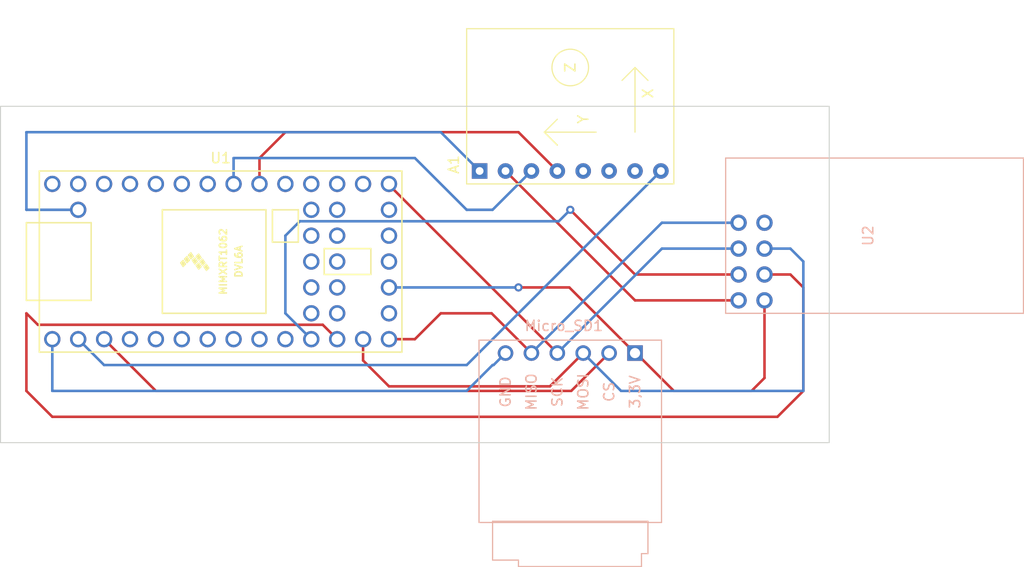
<source format=kicad_pcb>
(kicad_pcb (version 20221018) (generator pcbnew)
  (layers (0 "F.Cu" signal) (31 "B.Cu" signal) (34 "B.Paste" user) (35 "F.Paste" user) (36 "B.SilkS" user "B.Silkscreen") (37 "F.SilkS" user "F.Silkscreen") (38 "B.Mask" user) (39 "F.Mask" user) (44 "Edge.Cuts" user))
  (net 0 "")
  (net 1 "Net-(A1-VCC)")
  (net 2 "Net-(A1-GND)")
  (net 3 "Net-(A1-SCL)")
  (net 4 "Net-(A1-SDA)")
  (net 8 "Net-(A1-INT)")
  (net 9 "Net-(Micro_SD1-GND)")
  (net 10 "Net-(Micro_SD1-CLK)")
  (net 11 "Net-(Micro_SD1-MOSI)")
  (net 12 "Net-(Micro_SD1-3.3V)")
  (net 13 "Net-(Micro_SD1-CS)")
  (net 14 "Net-(Micro_SD1-MISO)")
  (net 30 "Net-(U1-10_CS_MQSR)")
  (net 31 "Net-(U1-9_OUT1C)")
  (footprint "Arts:Teensy40" (layer "F.Cu") (at 130.81 60.96)
    (fp_text reference "U1" (at 0 -10.16) (layer "F.SilkS"))
    (fp_text value "Teensy4.0-teensy-ARTS-Lab")
    (fp_text user "DVL6A" (at 1.778 0 90) (layer "F.SilkS") (effects (font (size 0.7 0.7))))
    (fp_text user "MIMXRT1062" (at 0.254 0 90) (layer "F.SilkS") (effects (font (size 0.7 0.7))))
    (fp_line (start -19.05 -3.81) (end -17.78 -3.81) (stroke (width 0.15)) (layer "F.SilkS"))
    (fp_line (start -19.05 3.81) (end -19.05 -3.81) (stroke (width 0.15)) (layer "F.SilkS"))
    (fp_line (start -17.78 -8.89) (end 17.78 -8.89) (stroke (width 0.15)) (layer "F.SilkS"))
    (fp_line (start -17.78 3.81) (end -19.05 3.81) (stroke (width 0.15)) (layer "F.SilkS"))
    (fp_line (start -17.78 8.89) (end -17.78 -8.89) (stroke (width 0.15)) (layer "F.SilkS"))
    (fp_line (start -12.7 -3.81) (end -17.78 -3.81) (stroke (width 0.15)) (layer "F.SilkS"))
    (fp_line (start -12.7 3.81) (end -17.78 3.81) (stroke (width 0.15)) (layer "F.SilkS"))
    (fp_line (start -12.7 3.81) (end -12.7 -3.81) (stroke (width 0.15)) (layer "F.SilkS"))
    (fp_line (start -5.715 -5.08) (end -5.715 5.08) (stroke (width 0.15)) (layer "F.SilkS"))
    (fp_line (start 4.445 -5.08) (end -5.715 -5.08) (stroke (width 0.15)) (layer "F.SilkS"))
    (fp_line (start 4.445 5.08) (end -5.715 5.08) (stroke (width 0.15)) (layer "F.SilkS"))
    (fp_line (start 4.445 5.08) (end 4.445 -5.08) (stroke (width 0.15)) (layer "F.SilkS"))
    (fp_line (start 5.08 -5.08) (end 7.62 -5.08) (stroke (width 0.15)) (layer "F.SilkS"))
    (fp_line (start 5.08 -1.905) (end 5.08 -5.08) (stroke (width 0.15)) (layer "F.SilkS"))
    (fp_line (start 7.62 -5.08) (end 7.62 -1.905) (stroke (width 0.15)) (layer "F.SilkS"))
    (fp_line (start 7.62 -1.905) (end 5.08 -1.905) (stroke (width 0.15)) (layer "F.SilkS"))
    (fp_line (start 10.16 -1.27) (end 14.732 -1.27) (stroke (width 0.15)) (layer "F.SilkS"))
    (fp_line (start 10.16 1.27) (end 10.16 -1.27) (stroke (width 0.15)) (layer "F.SilkS"))
    (fp_line (start 14.732 -1.27) (end 14.732 1.27) (stroke (width 0.15)) (layer "F.SilkS"))
    (fp_line (start 14.732 1.27) (end 10.16 1.27) (stroke (width 0.15)) (layer "F.SilkS"))
    (fp_line (start 17.78 -8.89) (end 17.78 8.89) (stroke (width 0.15)) (layer "F.SilkS"))
    (fp_line (start 17.78 8.89) (end -17.78 8.89) (stroke (width 0.15)) (layer "F.SilkS"))
    (fp_poly (pts (xy -3.937 0.127) (xy -3.683 -0.127) (xy -3.429 0.254) (xy -3.683 0.508)) (stroke (width 0.1)) (fill solid) (layer "F.SilkS"))
    (fp_poly (pts (xy -3.556 -0.254) (xy -3.302 -0.508) (xy -3.048 -0.127) (xy -3.302 0.127)) (stroke (width 0.1)) (fill solid) (layer "F.SilkS"))
    (fp_poly (pts (xy -3.175 -0.635) (xy -2.921 -0.889) (xy -2.667 -0.508) (xy -2.921 -0.254)) (stroke (width 0.1)) (fill solid) (layer "F.SilkS"))
    (fp_poly (pts (xy -2.794 -0.127) (xy -2.54 -0.381) (xy -2.286 0) (xy -2.54 0.254)) (stroke (width 0.1)) (fill solid) (layer "F.SilkS"))
    (fp_poly (pts (xy -2.413 -0.508) (xy -2.159 -0.762) (xy -1.905 -0.381) (xy -2.159 -0.127)) (stroke (width 0.1)) (fill solid) (layer "F.SilkS"))
    (fp_poly (pts (xy -2.413 0.381) (xy -2.159 0.127) (xy -1.905 0.508) (xy -2.159 0.762)) (stroke (width 0.1)) (fill solid) (layer "F.SilkS"))
    (fp_poly (pts (xy -2.032 0) (xy -1.778 -0.254) (xy -1.524 0.127) (xy -1.778 0.381)) (stroke (width 0.1)) (fill solid) (layer "F.SilkS"))
    (fp_poly (pts (xy -1.651 0.508) (xy -1.397 0.254) (xy -1.143 0.635) (xy -1.397 0.889)) (stroke (width 0.1)) (fill solid) (layer "F.SilkS"))
    (pad "1" thru_hole circle (at -16.51 7.62) (size 1.6 1.6) (drill 1.1) (layers "*.Cu" "*.Mask") (net 9 "Net-(Micro_SD1-GND)"))
    (pad "2" thru_hole circle (at -13.97 7.62) (size 1.6 1.6) (drill 1.1) (layers "*.Cu" "*.Mask") (net 8 "Net-(A1-INT)"))
    (pad "3" thru_hole circle (at -11.43 7.62) (size 1.6 1.6) (drill 1.1) (layers "*.Cu" "*.Mask") (net 13 "Net-(Micro_SD1-CS)"))
    (pad "4" thru_hole circle (at -8.89 7.62) (size 1.6 1.6) (drill 1.1) (layers "*.Cu" "*.Mask"))
    (pad "5" thru_hole circle (at -6.35 7.62) (size 1.6 1.6) (drill 1.1) (layers "*.Cu" "*.Mask"))
    (pad "6" thru_hole circle (at -3.81 7.62) (size 1.6 1.6) (drill 1.1) (layers "*.Cu" "*.Mask"))
    (pad "7" thru_hole circle (at -1.27 7.62) (size 1.6 1.6) (drill 1.1) (layers "*.Cu" "*.Mask"))
    (pad "8" thru_hole circle (at 1.27 7.62) (size 1.6 1.6) (drill 1.1) (layers "*.Cu" "*.Mask"))
    (pad "9" thru_hole circle (at 3.81 7.62) (size 1.6 1.6) (drill 1.1) (layers "*.Cu" "*.Mask"))
    (pad "10" thru_hole circle (at 6.35 7.62) (size 1.6 1.6) (drill 1.1) (layers "*.Cu" "*.Mask"))
    (pad "11" thru_hole circle (at 8.89 7.62) (size 1.6 1.6) (drill 1.1) (layers "*.Cu" "*.Mask") (net 31 "Net-(U1-9_OUT1C)"))
    (pad "12" thru_hole circle (at 11.43 7.62) (size 1.6 1.6) (drill 1.1) (layers "*.Cu" "*.Mask") (net 30 "Net-(U1-10_CS_MQSR)"))
    (pad "13" thru_hole circle (at 13.97 7.62) (size 1.6 1.6) (drill 1.1) (layers "*.Cu" "*.Mask") (net 11 "Net-(Micro_SD1-MOSI)"))
    (pad "14" thru_hole circle (at 16.51 7.62) (size 1.6 1.6) (drill 1.1) (layers "*.Cu" "*.Mask") (net 14 "Net-(Micro_SD1-MISO)"))
    (pad "15" thru_hole circle (at 16.51 5.08) (size 1.6 1.6) (drill 1.1) (layers "*.Cu" "*.Mask"))
    (pad "16" thru_hole circle (at 16.51 2.54) (size 1.6 1.6) (drill 1.1) (layers "*.Cu" "*.Mask") (net 12 "Net-(Micro_SD1-3.3V)"))
    (pad "17" thru_hole circle (at 16.51 0) (size 1.6 1.6) (drill 1.1) (layers "*.Cu" "*.Mask"))
    (pad "18" thru_hole circle (at 16.51 -2.54) (size 1.6 1.6) (drill 1.1) (layers "*.Cu" "*.Mask"))
    (pad "19" thru_hole circle (at 16.51 -5.08) (size 1.6 1.6) (drill 1.1) (layers "*.Cu" "*.Mask"))
    (pad "20" thru_hole circle (at 16.51 -7.62) (size 1.6 1.6) (drill 1.1) (layers "*.Cu" "*.Mask") (net 10 "Net-(Micro_SD1-CLK)"))
    (pad "21" thru_hole circle (at 13.97 -7.62) (size 1.6 1.6) (drill 1.1) (layers "*.Cu" "*.Mask"))
    (pad "22" thru_hole circle (at 11.43 -7.62) (size 1.6 1.6) (drill 1.1) (layers "*.Cu" "*.Mask"))
    (pad "23" thru_hole circle (at 8.89 -7.62) (size 1.6 1.6) (drill 1.1) (layers "*.Cu" "*.Mask"))
    (pad "24" thru_hole circle (at 6.35 -7.62) (size 1.6 1.6) (drill 1.1) (layers "*.Cu" "*.Mask"))
    (pad "25" thru_hole circle (at 3.81 -7.62) (size 1.6 1.6) (drill 1.1) (layers "*.Cu" "*.Mask") (net 4 "Net-(A1-SDA)"))
    (pad "26" thru_hole circle (at 1.27 -7.62) (size 1.6 1.6) (drill 1.1) (layers "*.Cu" "*.Mask") (net 3 "Net-(A1-SCL)"))
    (pad "27" thru_hole circle (at -1.27 -7.62) (size 1.6 1.6) (drill 1.1) (layers "*.Cu" "*.Mask"))
    (pad "28" thru_hole circle (at -3.81 -7.62) (size 1.6 1.6) (drill 1.1) (layers "*.Cu" "*.Mask"))
    (pad "29" thru_hole circle (at -6.35 -7.62) (size 1.6 1.6) (drill 1.1) (layers "*.Cu" "*.Mask"))
    (pad "30" thru_hole circle (at -8.89 -7.62) (size 1.6 1.6) (drill 1.1) (layers "*.Cu" "*.Mask"))
    (pad "31" thru_hole circle (at -11.43 -7.62) (size 1.6 1.6) (drill 1.1) (layers "*.Cu" "*.Mask"))
    (pad "32" thru_hole circle (at -13.97 -7.62) (size 1.6 1.6) (drill 1.1) (layers "*.Cu" "*.Mask"))
    (pad "33" thru_hole circle (at -16.51 -7.62) (size 1.6 1.6) (drill 1.1) (layers "*.Cu" "*.Mask"))
    (pad "34" thru_hole circle (at -13.97 -5.08) (size 1.6 1.6) (drill 1.1) (layers "*.Cu" "*.Mask") (net 1 "Net-(A1-VCC)"))
    (pad "35" thru_hole circle (at 11.43 -5.08) (size 1.6 1.6) (drill 1.1) (layers "*.Cu" "*.Mask"))
    (pad "36" thru_hole circle (at 8.89 -5.08) (size 1.6 1.6) (drill 1.1) (layers "*.Cu" "*.Mask"))
    (pad "37" thru_hole circle (at 11.43 -2.54) (size 1.6 1.6) (drill 1.1) (layers "*.Cu" "*.Mask"))
    (pad "38" thru_hole circle (at 8.89 -2.54) (size 1.6 1.6) (drill 1.1) (layers "*.Cu" "*.Mask"))
    (pad "39" thru_hole circle (at 11.43 0) (size 1.6 1.6) (drill 1.1) (layers "*.Cu" "*.Mask"))
    (pad "40" thru_hole circle (at 8.89 0) (size 1.6 1.6) (drill 1.1) (layers "*.Cu" "*.Mask"))
    (pad "41" thru_hole circle (at 11.43 2.54) (size 1.6 1.6) (drill 1.1) (layers "*.Cu" "*.Mask"))
    (pad "42" thru_hole circle (at 8.89 2.54) (size 1.6 1.6) (drill 1.1) (layers "*.Cu" "*.Mask"))
    (pad "43" thru_hole circle (at 11.43 5.08) (size 1.6 1.6) (drill 1.1) (layers "*.Cu" "*.Mask"))
    (pad "44" thru_hole circle (at 8.89 5.08) (size 1.6 1.6) (drill 1.1) (layers "*.Cu" "*.Mask"))
  )
  (footprint "Arts:small_microSD_v2" (layer "F.Cu") (at 164.465 66.77)
    (fp_text reference "Micro_SD1" (at 0 0.5) (layer "B.SilkS"))
    (fp_text value "microSD_small-ARTS-Lab")
    (fp_text user "SCK" (at -0.635 6.985 90) (layer "B.SilkS"))
    (fp_text user "CS" (at 4.445 6.985 90) (layer "B.SilkS"))
    (fp_text user "GND" (at -5.715 6.985 90) (layer "B.SilkS"))
    (fp_text user "3,3V" (at 6.985 6.985 90) (layer "B.SilkS"))
    (fp_text user "MISO" (at -3.175 6.985 90) (layer "B.SilkS"))
    (fp_text user "MOSI" (at 1.905 6.985 90) (layer "B.SilkS"))
    (fp_line (start -8.315 1.905) (end -8.315 19.805) (stroke (width 0.12)) (layer "B.SilkS"))
    (fp_line (start -8.315 19.805) (end 9.585 19.805) (stroke (width 0.12)) (layer "B.SilkS"))
    (fp_line (start -6.985 19.685) (end -6.985 23.495) (stroke (width 0.12)) (layer "B.SilkS"))
    (fp_line (start -4.445 23.495) (end -6.985 23.495) (stroke (width 0.12)) (layer "B.SilkS"))
    (fp_line (start -4.445 24.13) (end -4.445 23.495) (stroke (width 0.12)) (layer "B.SilkS"))
    (fp_line (start 7.62 22.86) (end 7.62 24.13) (stroke (width 0.12)) (layer "B.SilkS"))
    (fp_line (start 7.62 24.13) (end -4.445 24.13) (stroke (width 0.12)) (layer "B.SilkS"))
    (fp_line (start 8.255 19.685) (end -6.985 19.685) (stroke (width 0.12)) (layer "B.SilkS"))
    (fp_line (start 8.255 19.685) (end 8.255 22.86) (stroke (width 0.12)) (layer "B.SilkS"))
    (fp_line (start 8.255 22.86) (end 7.62 22.86) (stroke (width 0.12)) (layer "B.SilkS"))
    (fp_line (start 9.585 1.905) (end -8.315 1.905) (stroke (width 0.12)) (layer "B.SilkS"))
    (fp_line (start 9.585 1.905) (end 9.585 19.805) (stroke (width 0.12)) (layer "B.SilkS"))
    (pad "1" thru_hole rect (at 6.985 3.175) (size 1.524 1.524) (drill 1) (layers "*.Cu" "*.Mask") (net 12 "Net-(Micro_SD1-3.3V)"))
    (pad "2" thru_hole circle (at 4.445 3.175) (size 1.524 1.524) (drill 1) (layers "*.Cu" "*.Mask") (net 13 "Net-(Micro_SD1-CS)"))
    (pad "3" thru_hole circle (at 1.905 3.175) (size 1.524 1.524) (drill 1) (layers "*.Cu" "*.Mask") (net 11 "Net-(Micro_SD1-MOSI)"))
    (pad "4" thru_hole circle (at -0.635 3.175) (size 1.524 1.524) (drill 1) (layers "*.Cu" "*.Mask") (net 10 "Net-(Micro_SD1-CLK)"))
    (pad "5" thru_hole circle (at -3.175 3.175) (size 1.524 1.524) (drill 1) (layers "*.Cu" "*.Mask") (net 14 "Net-(Micro_SD1-MISO)"))
    (pad "6" thru_hole circle (at -5.715 3.175) (size 1.524 1.524) (drill 1) (layers "*.Cu" "*.Mask") (net 9 "Net-(Micro_SD1-GND)"))
  )
  (footprint "Arts:nRF24L01+" (layer "F.Cu") (at 193.04 58.42 -90)
    (fp_text reference "U2" (at 0 -1.27 90) (layer "B.SilkS"))
    (fp_text value "nRF24L01+-ARTS-Lab")
    (fp_line (start -7.62 -16.51) (end 7.62 -16.51) (stroke (width 0.12)) (layer "B.SilkS"))
    (fp_line (start -7.62 12.7) (end -7.62 -16.51) (stroke (width 0.12)) (layer "B.SilkS"))
    (fp_line (start 7.62 -16.51) (end 7.62 12.7) (stroke (width 0.12)) (layer "B.SilkS"))
    (fp_line (start 7.62 12.7) (end -7.62 12.7) (stroke (width 0.12)) (layer "B.SilkS"))
    (pad "1" thru_hole circle (at 6.35 8.89 270) (size 1.6 1.6) (drill 1) (layers "*.Cu" "*.Mask") (net 12 "Net-(Micro_SD1-3.3V)"))
    (pad "2" thru_hole circle (at 3.81 8.89 270) (size 1.6 1.6) (drill 1) (layers "*.Cu" "*.Mask") (net 30 "Net-(U1-10_CS_MQSR)"))
    (pad "3" thru_hole circle (at 1.27 8.89 270) (size 1.6 1.6) (drill 1) (layers "*.Cu" "*.Mask") (net 11 "Net-(Micro_SD1-MOSI)"))
    (pad "4" thru_hole circle (at -1.27 8.89 270) (size 1.6 1.6) (drill 1) (layers "*.Cu" "*.Mask"))
    (pad "5" thru_hole circle (at 6.35 11.43 270) (size 1.6 1.6) (drill 1) (layers "*.Cu" "*.Mask") (net 2 "Net-(A1-GND)"))
    (pad "6" thru_hole circle (at 3.81 11.43 270) (size 1.6 1.6) (drill 1) (layers "*.Cu" "*.Mask") (net 31 "Net-(U1-9_OUT1C)"))
    (pad "7" thru_hole circle (at 1.27 11.43 270) (size 1.6 1.6) (drill 1) (layers "*.Cu" "*.Mask") (net 10 "Net-(Micro_SD1-CLK)"))
    (pad "8" thru_hole circle (at -1.27 11.43 270) (size 1.6 1.6) (drill 1) (layers "*.Cu" "*.Mask") (net 14 "Net-(Micro_SD1-MISO)"))
  )
  (footprint "Stuff:MPU6050_Module" (layer "F.Cu") (at 156.21 52.07 90)
    (fp_text reference "A1" (at 0.635 -2.54 90) (layer "F.SilkS"))
    (fp_text value "MPU6050_Module")
    (fp_text user "Z" (at 10.16 8.89 90) (layer "F.SilkS"))
    (fp_text user "X" (at 7.62 16.51 90) (layer "F.SilkS"))
    (fp_text user "Y" (at 5.08 10.16 90) (layer "F.SilkS"))
    (fp_line (start -1.27 -1.27) (end 13.97 -1.27) (stroke (width 0.12)) (layer "F.SilkS"))
    (fp_line (start -1.27 19.05) (end -1.27 -1.27) (stroke (width 0.12)) (layer "F.SilkS"))
    (fp_line (start 2.54 7.62) (end 3.81 6.35) (stroke (width 0.12)) (layer "F.SilkS"))
    (fp_line (start 3.81 6.35) (end 2.54 7.62) (stroke (width 0.12)) (layer "F.SilkS"))
    (fp_line (start 3.81 6.35) (end 5.08 7.62) (stroke (width 0.12)) (layer "F.SilkS"))
    (fp_line (start 3.81 11.43) (end 3.81 6.35) (stroke (width 0.12)) (layer "F.SilkS"))
    (fp_line (start 3.81 15.24) (end 10.16 15.24) (stroke (width 0.12)) (layer "F.SilkS"))
    (fp_line (start 10.16 15.24) (end 8.89 13.97) (stroke (width 0.12)) (layer "F.SilkS"))
    (fp_line (start 10.16 15.24) (end 8.89 16.51) (stroke (width 0.12)) (layer "F.SilkS"))
    (fp_line (start 13.97 -1.27) (end 13.97 19.05) (stroke (width 0.12)) (layer "F.SilkS"))
    (fp_line (start 13.97 19.05) (end -1.27 19.05) (stroke (width 0.12)) (layer "F.SilkS"))
    (fp_circle (center 10.16 8.89) (end 8.89 7.62) (stroke (width 0.12)) (fill none) (layer "F.SilkS"))
    (pad "1" thru_hole rect (at 0 0 90) (size 1.524 1.524) (drill 0.762) (layers "*.Cu" "*.Mask") (net 1 "Net-(A1-VCC)"))
    (pad "2" thru_hole circle (at 0 2.54 90) (size 1.524 1.524) (drill 0.762) (layers "*.Cu" "*.Mask") (net 2 "Net-(A1-GND)"))
    (pad "3" thru_hole circle (at 0 5.08 90) (size 1.524 1.524) (drill 0.762) (layers "*.Cu" "*.Mask") (net 3 "Net-(A1-SCL)"))
    (pad "4" thru_hole circle (at 0 7.62 90) (size 1.524 1.524) (drill 0.762) (layers "*.Cu" "*.Mask") (net 4 "Net-(A1-SDA)"))
    (pad "5" thru_hole circle (at 0 10.16 90) (size 1.524 1.524) (drill 0.762) (layers "*.Cu" "*.Mask"))
    (pad "6" thru_hole circle (at 0 12.7 90) (size 1.524 1.524) (drill 0.762) (layers "*.Cu" "*.Mask"))
    (pad "7" thru_hole circle (at 0 15.24 90) (size 1.524 1.524) (drill 0.762) (layers "*.Cu" "*.Mask"))
    (pad "8" thru_hole circle (at 0 17.78 90) (size 1.524 1.524) (drill 0.762) (layers "*.Cu" "*.Mask") (net 8 "Net-(A1-INT)"))
  )
  (gr_rect (start 109.22 45.72) (end 190.5 78.74) (stroke (width 0.1)) (fill none) (layer "Edge.Cuts"))
  (segment (start 111.76 55.88) (end 111.76 48.26) (width 0.25) (layer "B.Cu") (net 1))
  (segment (start 116.84 55.88) (end 111.76 55.88) (width 0.25) (layer "B.Cu") (net 1))
  (segment (start 111.76 48.26) (end 152.4 48.26) (width 0.25) (layer "B.Cu") (net 1))
  (segment (start 152.4 48.26) (end 156.21 52.07) (width 0.25) (layer "B.Cu") (net 1))
  (segment (start 158.75 52.07) (end 171.45 64.77) (width 0.25) (layer "F.Cu") (net 2))
  (segment (start 171.45 64.77) (end 181.61 64.77) (width 0.25) (layer "F.Cu") (net 2))
  (segment (start 149.86 50.8) (end 132.08 50.8) (width 0.25) (layer "B.Cu") (net 3))
  (segment (start 132.08 50.8) (end 132.08 53.34) (width 0.25) (layer "B.Cu") (net 3))
  (segment (start 154.94 55.88) (end 149.86 50.8) (width 0.25) (layer "B.Cu") (net 3))
  (segment (start 157.48 55.88) (end 154.94 55.88) (width 0.25) (layer "B.Cu") (net 3))
  (segment (start 161.29 52.07) (end 157.48 55.88) (width 0.25) (layer "B.Cu") (net 3))
  (segment (start 160.02 48.26) (end 137.16 48.26) (width 0.25) (layer "F.Cu") (net 4))
  (segment (start 137.16 48.26) (end 134.62 50.8) (width 0.25) (layer "F.Cu") (net 4))
  (segment (start 134.62 50.8) (end 134.62 53.34) (width 0.25) (layer "F.Cu") (net 4))
  (segment (start 163.83 52.07) (end 160.02 48.26) (width 0.25) (layer "F.Cu") (net 4))
  (segment (start 116.84 68.58) (end 119.38 71.12) (width 0.25) (layer "B.Cu") (net 8))
  (segment (start 119.38 71.12) (end 154.94 71.12) (width 0.25) (layer "B.Cu") (net 8))
  (segment (start 154.94 71.12) (end 173.99 52.07) (width 0.25) (layer "B.Cu") (net 8))
  (segment (start 154.94 73.66) (end 157.48 71.12) (width 0.25) (layer "B.Cu") (net 9))
  (segment (start 114.3 73.66) (end 154.94 73.66) (width 0.25) (layer "B.Cu") (net 9))
  (segment (start 157.48 71.12) (end 157.575 71.12) (width 0.25) (layer "B.Cu") (net 9))
  (segment (start 114.3 68.58) (end 114.3 73.66) (width 0.25) (layer "B.Cu") (net 9))
  (segment (start 157.575 71.12) (end 158.75 69.945) (width 0.25) (layer "B.Cu") (net 9))
  (segment (start 163.83 69.945) (end 147.32 53.435) (width 0.25) (layer "F.Cu") (net 10))
  (segment (start 147.32 53.435) (end 147.32 53.34) (width 0.25) (layer "F.Cu") (net 10))
  (segment (start 174.085 59.69) (end 163.83 69.945) (width 0.25) (layer "B.Cu") (net 10))
  (segment (start 181.61 59.69) (end 174.085 59.69) (width 0.25) (layer "B.Cu") (net 10))
  (segment (start 147.32 73.21) (end 163.105 73.21) (width 0.25) (layer "F.Cu") (net 11))
  (segment (start 163.105 73.21) (end 166.37 69.945) (width 0.25) (layer "F.Cu") (net 11))
  (segment (start 144.78 70.67) (end 147.32 73.21) (width 0.25) (layer "F.Cu") (net 11))
  (segment (start 144.78 68.58) (end 144.78 70.67) (width 0.25) (layer "F.Cu") (net 11))
  (segment (start 186.69 59.69) (end 187.96 60.96) (width 0.25) (layer "B.Cu") (net 11))
  (segment (start 187.96 73.66) (end 170.085 73.66) (width 0.25) (layer "B.Cu") (net 11))
  (segment (start 187.96 60.96) (end 187.96 73.66) (width 0.25) (layer "B.Cu") (net 11))
  (segment (start 170.085 73.66) (end 166.37 69.945) (width 0.25) (layer "B.Cu") (net 11))
  (segment (start 184.15 59.69) (end 186.69 59.69) (width 0.25) (layer "B.Cu") (net 11))
  (segment (start 184.15 72.39) (end 184.15 64.77) (width 0.25) (layer "F.Cu") (net 12))
  (segment (start 182.88 73.66) (end 184.15 72.39) (width 0.25) (layer "F.Cu") (net 12))
  (segment (start 171.45 69.945) (end 171.545 69.945) (width 0.25) (layer "F.Cu") (net 12))
  (segment (start 171.545 69.945) (end 175.26 73.66) (width 0.25) (layer "F.Cu") (net 12))
  (segment (start 171.45 69.945) (end 165.005 63.5) (width 0.25) (layer "F.Cu") (net 12))
  (segment (start 165.005 63.5) (end 160.02 63.5) (width 0.25) (layer "F.Cu") (net 12))
  (segment (start 175.26 73.66) (end 182.88 73.66) (width 0.25) (layer "F.Cu") (net 12))
  (via (at 160.02 63.5) (size 0.8) (drill 0.4) (layers "F.Cu" "B.Cu") (net 12))
  (segment (start 160.02 63.5) (end 147.32 63.5) (width 0.25) (layer "B.Cu") (net 12))
  (segment (start 165.195 73.66) (end 168.91 69.945) (width 0.25) (layer "F.Cu") (net 13))
  (segment (start 124.46 73.66) (end 165.195 73.66) (width 0.25) (layer "F.Cu") (net 13))
  (segment (start 119.38 68.58) (end 124.46 73.66) (width 0.25) (layer "F.Cu") (net 13))
  (segment (start 161.29 69.945) (end 157.385 66.04) (width 0.25) (layer "F.Cu") (net 14))
  (segment (start 152.4 66.04) (end 149.86 68.58) (width 0.25) (layer "F.Cu") (net 14))
  (segment (start 149.86 68.58) (end 147.32 68.58) (width 0.25) (layer "F.Cu") (net 14))
  (segment (start 157.385 66.04) (end 152.4 66.04) (width 0.25) (layer "F.Cu") (net 14))
  (segment (start 174.085 57.15) (end 161.29 69.945) (width 0.25) (layer "B.Cu") (net 14))
  (segment (start 181.61 57.15) (end 174.085 57.15) (width 0.25) (layer "B.Cu") (net 14))
  (segment (start 111.76 73.66) (end 111.76 66.04) (width 0.25) (layer "F.Cu") (net 30))
  (segment (start 140.825 67.165) (end 142.24 68.58) (width 0.25) (layer "F.Cu") (net 30))
  (segment (start 184.15 62.23) (end 186.69 62.23) (width 0.25) (layer "F.Cu") (net 30))
  (segment (start 114.3 76.2) (end 111.76 73.66) (width 0.25) (layer "F.Cu") (net 30))
  (segment (start 187.96 63.5) (end 187.96 73.66) (width 0.25) (layer "F.Cu") (net 30))
  (segment (start 186.69 62.23) (end 187.96 63.5) (width 0.25) (layer "F.Cu") (net 30))
  (segment (start 187.96 73.66) (end 185.42 76.2) (width 0.25) (layer "F.Cu") (net 30))
  (segment (start 112.885 67.165) (end 140.825 67.165) (width 0.25) (layer "F.Cu") (net 30))
  (segment (start 185.42 76.2) (end 114.3 76.2) (width 0.25) (layer "F.Cu") (net 30))
  (segment (start 111.76 66.04) (end 112.885 67.165) (width 0.25) (layer "F.Cu") (net 30))
  (segment (start 165.1 55.88) (end 171.45 62.23) (width 0.25) (layer "F.Cu") (net 31))
  (segment (start 171.45 62.23) (end 181.61 62.23) (width 0.25) (layer "F.Cu") (net 31))
  (via (at 165.1 55.88) (size 0.8) (drill 0.4) (layers "F.Cu" "B.Cu") (net 31))
  (segment (start 137.16 58.42) (end 137.16 66.04) (width 0.25) (layer "B.Cu") (net 31))
  (segment (start 165.1 55.88) (end 163.975 57.005) (width 0.25) (layer "B.Cu") (net 31))
  (segment (start 163.975 57.005) (end 138.575 57.005) (width 0.25) (layer "B.Cu") (net 31))
  (segment (start 137.16 66.04) (end 139.7 68.58) (width 0.25) (layer "B.Cu") (net 31))
  (segment (start 138.575 57.005) (end 137.16 58.42) (width 0.25) (layer "B.Cu") (net 31))
)
</source>
